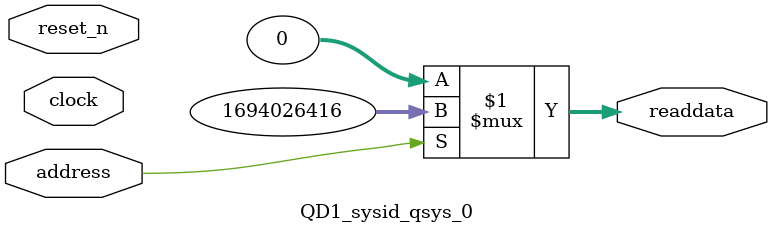
<source format=v>



// synthesis translate_off
`timescale 1ns / 1ps
// synthesis translate_on

// turn off superfluous verilog processor warnings 
// altera message_level Level1 
// altera message_off 10034 10035 10036 10037 10230 10240 10030 

module QD1_sysid_qsys_0 (
               // inputs:
                address,
                clock,
                reset_n,

               // outputs:
                readdata
             )
;

  output  [ 31: 0] readdata;
  input            address;
  input            clock;
  input            reset_n;

  wire    [ 31: 0] readdata;
  //control_slave, which is an e_avalon_slave
  assign readdata = address ? 1694026416 : 0;

endmodule



</source>
